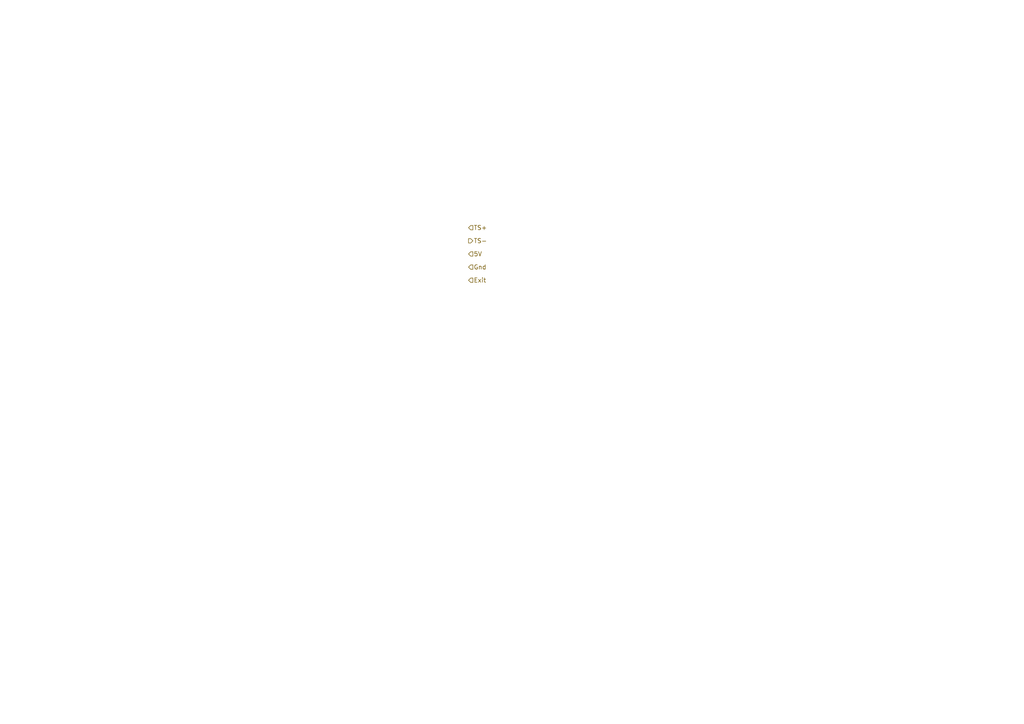
<source format=kicad_sch>
(kicad_sch
	(version 20231120)
	(generator "eeschema")
	(generator_version "8.0")
	(uuid "ed4cab04-cbf2-4ca4-9341-3c14179f681d")
	(paper "A4")
	(lib_symbols)
	(hierarchical_label "TS+"
		(shape input)
		(at 135.89 66.04 0)
		(fields_autoplaced yes)
		(effects
			(font
				(size 1.27 1.27)
			)
			(justify left)
		)
		(uuid "6f347469-4219-42d6-8e16-273827dc6e57")
	)
	(hierarchical_label "5V"
		(shape input)
		(at 135.89 73.66 0)
		(fields_autoplaced yes)
		(effects
			(font
				(size 1.27 1.27)
			)
			(justify left)
		)
		(uuid "79692c14-9c67-4b26-b5bf-c7cbdf6a6bd4")
	)
	(hierarchical_label "TS-"
		(shape output)
		(at 135.89 69.85 0)
		(fields_autoplaced yes)
		(effects
			(font
				(size 1.27 1.27)
			)
			(justify left)
		)
		(uuid "952c7542-d441-4cb3-a1f4-0056c818d633")
	)
	(hierarchical_label "Gnd"
		(shape input)
		(at 135.89 77.47 0)
		(fields_autoplaced yes)
		(effects
			(font
				(size 1.27 1.27)
			)
			(justify left)
		)
		(uuid "d985ad8e-90fc-4f26-a826-a07d71ccce72")
	)
	(hierarchical_label "Exit"
		(shape input)
		(at 135.89 81.28 0)
		(fields_autoplaced yes)
		(effects
			(font
				(size 1.27 1.27)
			)
			(justify left)
		)
		(uuid "ee629b58-d24d-4728-9e3c-da2175b95b09")
	)
)

</source>
